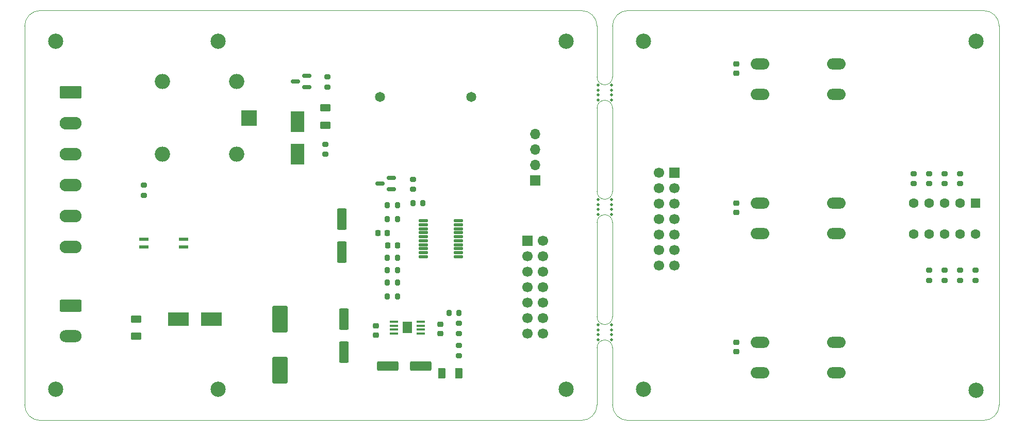
<source format=gts>
%TF.GenerationSoftware,KiCad,Pcbnew,(6.0.8-1)-1*%
%TF.CreationDate,2022-12-21T11:45:43+03:00*%
%TF.ProjectId,MilkPompV2,4d696c6b-506f-46d7-9056-322e6b696361,V2*%
%TF.SameCoordinates,Original*%
%TF.FileFunction,Soldermask,Top*%
%TF.FilePolarity,Negative*%
%FSLAX46Y46*%
G04 Gerber Fmt 4.6, Leading zero omitted, Abs format (unit mm)*
G04 Created by KiCad (PCBNEW (6.0.8-1)-1) date 2022-12-21 11:45:43*
%MOMM*%
%LPD*%
G01*
G04 APERTURE LIST*
G04 Aperture macros list*
%AMRoundRect*
0 Rectangle with rounded corners*
0 $1 Rounding radius*
0 $2 $3 $4 $5 $6 $7 $8 $9 X,Y pos of 4 corners*
0 Add a 4 corners polygon primitive as box body*
4,1,4,$2,$3,$4,$5,$6,$7,$8,$9,$2,$3,0*
0 Add four circle primitives for the rounded corners*
1,1,$1+$1,$2,$3*
1,1,$1+$1,$4,$5*
1,1,$1+$1,$6,$7*
1,1,$1+$1,$8,$9*
0 Add four rect primitives between the rounded corners*
20,1,$1+$1,$2,$3,$4,$5,0*
20,1,$1+$1,$4,$5,$6,$7,0*
20,1,$1+$1,$6,$7,$8,$9,0*
20,1,$1+$1,$8,$9,$2,$3,0*%
G04 Aperture macros list end*
%TA.AperFunction,Profile*%
%ADD10C,0.100000*%
%TD*%
%ADD11R,2.300000X3.500000*%
%ADD12RoundRect,0.200000X0.275000X-0.200000X0.275000X0.200000X-0.275000X0.200000X-0.275000X-0.200000X0*%
%ADD13RoundRect,0.250000X-0.550000X1.500000X-0.550000X-1.500000X0.550000X-1.500000X0.550000X1.500000X0*%
%ADD14RoundRect,0.200000X0.200000X0.275000X-0.200000X0.275000X-0.200000X-0.275000X0.200000X-0.275000X0*%
%ADD15C,0.500000*%
%ADD16C,1.650000*%
%ADD17RoundRect,0.200000X-0.275000X0.200000X-0.275000X-0.200000X0.275000X-0.200000X0.275000X0.200000X0*%
%ADD18C,2.500000*%
%ADD19RoundRect,0.250000X-1.550000X0.750000X-1.550000X-0.750000X1.550000X-0.750000X1.550000X0.750000X0*%
%ADD20O,3.600000X2.000000*%
%ADD21RoundRect,0.250000X-0.625000X0.375000X-0.625000X-0.375000X0.625000X-0.375000X0.625000X0.375000X0*%
%ADD22RoundRect,0.250000X1.500000X0.550000X-1.500000X0.550000X-1.500000X-0.550000X1.500000X-0.550000X0*%
%ADD23RoundRect,0.225000X-0.250000X0.225000X-0.250000X-0.225000X0.250000X-0.225000X0.250000X0.225000X0*%
%ADD24RoundRect,0.250000X-1.000000X1.950000X-1.000000X-1.950000X1.000000X-1.950000X1.000000X1.950000X0*%
%ADD25RoundRect,0.019500X-0.715500X-0.175500X0.715500X-0.175500X0.715500X0.175500X-0.715500X0.175500X0*%
%ADD26RoundRect,0.200000X-0.200000X-0.275000X0.200000X-0.275000X0.200000X0.275000X-0.200000X0.275000X0*%
%ADD27RoundRect,0.225000X0.250000X-0.225000X0.250000X0.225000X-0.250000X0.225000X-0.250000X-0.225000X0*%
%ADD28RoundRect,0.137500X-0.662500X-0.137500X0.662500X-0.137500X0.662500X0.137500X-0.662500X0.137500X0*%
%ADD29R,1.422400X0.431800*%
%ADD30R,1.574800X1.879600*%
%ADD31R,1.600000X1.600000*%
%ADD32C,1.600000*%
%ADD33RoundRect,0.150000X0.587500X0.150000X-0.587500X0.150000X-0.587500X-0.150000X0.587500X-0.150000X0*%
%ADD34R,2.500000X2.500000*%
%ADD35O,2.500000X2.500000*%
%ADD36O,3.048000X1.850000*%
%ADD37R,1.700000X1.700000*%
%ADD38C,1.700000*%
%ADD39RoundRect,0.225000X0.225000X0.250000X-0.225000X0.250000X-0.225000X-0.250000X0.225000X-0.250000X0*%
%ADD40RoundRect,0.250000X-0.375000X-0.625000X0.375000X-0.625000X0.375000X0.625000X-0.375000X0.625000X0*%
%ADD41RoundRect,0.249999X-1.550001X0.790001X-1.550001X-0.790001X1.550001X-0.790001X1.550001X0.790001X0*%
%ADD42O,3.600000X2.080000*%
%ADD43R,3.500000X2.300000*%
%ADD44O,1.700000X1.700000*%
G04 APERTURE END LIST*
D10*
X173990000Y-118872000D02*
G75*
G03*
X176530000Y-118872000I1270000J0D01*
G01*
X176530000Y-123952000D02*
G75*
G03*
X173990000Y-123952000I-1270000J0D01*
G01*
X171450000Y-135890000D02*
G75*
G03*
X173990000Y-133350000I0J2540000D01*
G01*
X173990000Y-79502000D02*
G75*
G03*
X176530000Y-79502000I1270000J0D01*
G01*
X179070000Y-135890000D02*
X237490000Y-135890000D01*
X176530000Y-84582000D02*
G75*
G03*
X173990000Y-84582000I-1270000J0D01*
G01*
X173990000Y-71120000D02*
G75*
G03*
X171450000Y-68580000I-2540000J0D01*
G01*
X82550000Y-68580000D02*
G75*
G03*
X80010000Y-71120000I0J-2540000D01*
G01*
X176530000Y-98298000D02*
X176530000Y-84582000D01*
X176530000Y-133350000D02*
G75*
G03*
X179070000Y-135890000I2540000J0D01*
G01*
X173990000Y-98298000D02*
X173990000Y-84582000D01*
X80010000Y-133350000D02*
G75*
G03*
X82550000Y-135890000I2540000J0D01*
G01*
X82550000Y-68580000D02*
X171450000Y-68580000D01*
X173990000Y-98298000D02*
G75*
G03*
X176530000Y-98298000I1270000J0D01*
G01*
X237490000Y-68580000D02*
X179070000Y-68580000D01*
X173990000Y-133350000D02*
X173990000Y-123952000D01*
X240030000Y-133350000D02*
X240030000Y-71120000D01*
X240030000Y-71120000D02*
G75*
G03*
X237490000Y-68580000I-2540000J0D01*
G01*
X173990000Y-71120000D02*
X173990000Y-79502000D01*
X171450000Y-135890000D02*
X82550000Y-135890000D01*
X80010000Y-133350000D02*
X80010000Y-71120000D01*
X237490000Y-135890000D02*
G75*
G03*
X240030000Y-133350000I0J2540000D01*
G01*
X179070000Y-68580000D02*
G75*
G03*
X176530000Y-71120000I0J-2540000D01*
G01*
X173990000Y-118872000D02*
X173990000Y-103378000D01*
X176530000Y-79502000D02*
X176530000Y-71120000D01*
X176530000Y-103378000D02*
G75*
G03*
X173990000Y-103378000I-1270000J0D01*
G01*
X176530000Y-133350000D02*
X176530000Y-123952000D01*
X176530000Y-118872000D02*
X176530000Y-103378000D01*
D11*
%TO.C,D3*%
X124790200Y-86802000D03*
X124790200Y-92202000D03*
%TD*%
D12*
%TO.C,R6*%
X236157500Y-112902000D03*
X236157500Y-111252000D03*
%TD*%
D13*
%TO.C,C1*%
X132080000Y-102870000D03*
X132080000Y-108270000D03*
%TD*%
D14*
%TO.C,R17*%
X141198600Y-111252000D03*
X139548600Y-111252000D03*
%TD*%
D15*
%TO.C,mouse-bite-2.54mm-slot*%
X174193200Y-101244400D03*
X176393200Y-100444400D03*
X176377600Y-99618800D03*
X174177600Y-99618800D03*
X176393200Y-102044400D03*
X176393200Y-101244400D03*
X174193200Y-102044400D03*
X174193200Y-100444400D03*
%TD*%
D16*
%TO.C,LS1*%
X138381500Y-82773000D03*
X153381500Y-82773000D03*
%TD*%
D17*
%TO.C,R10*%
X228537500Y-95378000D03*
X228537500Y-97028000D03*
%TD*%
D18*
%TO.C,H9*%
X111760000Y-73660000D03*
%TD*%
D19*
%TO.C,J6*%
X87597500Y-117037600D03*
D20*
X87597500Y-122037600D03*
%TD*%
D21*
%TO.C,D2*%
X129387600Y-84582000D03*
X129387600Y-87382000D03*
%TD*%
D22*
%TO.C,C15*%
X145052300Y-126927600D03*
X139652300Y-126927600D03*
%TD*%
D17*
%TO.C,R20*%
X151351500Y-123613400D03*
X151351500Y-125263400D03*
%TD*%
D14*
%TO.C,R15*%
X141198600Y-100584000D03*
X139548600Y-100584000D03*
%TD*%
D21*
%TO.C,F1*%
X98298000Y-119237600D03*
X98298000Y-122037600D03*
%TD*%
D23*
%TO.C,C18*%
X137668000Y-120319800D03*
X137668000Y-121869800D03*
%TD*%
D24*
%TO.C,C16*%
X121920000Y-119237600D03*
X121920000Y-127637600D03*
%TD*%
D14*
%TO.C,R19*%
X141198600Y-115497600D03*
X139548600Y-115497600D03*
%TD*%
D25*
%TO.C,U1*%
X145466000Y-103120000D03*
X145466000Y-103770000D03*
X145466000Y-104420000D03*
X145466000Y-105070000D03*
X145466000Y-105720000D03*
X145466000Y-106370000D03*
X145466000Y-107020000D03*
X145466000Y-107670000D03*
X145466000Y-108320000D03*
X145466000Y-108970000D03*
X151206000Y-108970000D03*
X151206000Y-108320000D03*
X151206000Y-107670000D03*
X151206000Y-107020000D03*
X151206000Y-106370000D03*
X151206000Y-105720000D03*
X151206000Y-105070000D03*
X151206000Y-104420000D03*
X151206000Y-103770000D03*
X151206000Y-103120000D03*
%TD*%
D26*
%TO.C,R5*%
X139560800Y-102870000D03*
X141210800Y-102870000D03*
%TD*%
D27*
%TO.C,C6*%
X196850000Y-78877595D03*
X196850000Y-77327595D03*
%TD*%
D28*
%TO.C,U2*%
X99568000Y-106172000D03*
X99568000Y-107442000D03*
X106068000Y-107442000D03*
X106068000Y-106172000D03*
%TD*%
D29*
%TO.C,U4*%
X145052300Y-121615200D03*
X145052300Y-120980200D03*
X145052300Y-120319800D03*
X145052300Y-119684800D03*
X140683500Y-119684800D03*
X140683500Y-120319800D03*
X140683500Y-120980200D03*
X140683500Y-121615200D03*
D30*
X142867900Y-120650000D03*
%TD*%
D12*
%TO.C,R21*%
X151351500Y-121615200D03*
X151351500Y-119965200D03*
%TD*%
D31*
%TO.C,U3*%
X236157500Y-100220095D03*
D32*
X233617500Y-100220095D03*
X231077500Y-100220095D03*
X228537500Y-100220095D03*
X225997500Y-100220095D03*
X225997500Y-105300095D03*
X228537500Y-105300095D03*
X231077500Y-105300095D03*
X233617500Y-105300095D03*
X236157500Y-105300095D03*
%TD*%
D12*
%TO.C,R13*%
X228537500Y-112902000D03*
X228537500Y-111252000D03*
%TD*%
D33*
%TO.C,Q2*%
X140256500Y-97929200D03*
X140256500Y-96029200D03*
X138381500Y-96979200D03*
%TD*%
D17*
%TO.C,R11*%
X233617500Y-95378000D03*
X233617500Y-97028000D03*
%TD*%
D18*
%TO.C,H4*%
X168910000Y-130810000D03*
%TD*%
D34*
%TO.C,K1*%
X116840000Y-86202000D03*
D35*
X114840000Y-80202000D03*
X102640000Y-80202000D03*
X102640000Y-92202000D03*
X114840000Y-92202000D03*
%TD*%
D14*
%TO.C,R2*%
X141198600Y-109220000D03*
X139548600Y-109220000D03*
%TD*%
D18*
%TO.C,H2*%
X85090000Y-130810000D03*
%TD*%
D17*
%TO.C,R12*%
X231077500Y-95378000D03*
X231077500Y-97028000D03*
%TD*%
D36*
%TO.C,SW3*%
X213270000Y-77327595D03*
X200770000Y-77327595D03*
X200770000Y-82327595D03*
X213270000Y-82327595D03*
%TD*%
D37*
%TO.C,J4*%
X162560000Y-106375200D03*
D38*
X165100000Y-106375200D03*
X162560000Y-108915200D03*
X165100000Y-108915200D03*
X162560000Y-111455200D03*
X165100000Y-111455200D03*
X162560000Y-113995200D03*
X165100000Y-113995200D03*
X162560000Y-116535200D03*
X165100000Y-116535200D03*
X162560000Y-119075200D03*
X165100000Y-119075200D03*
X162560000Y-121615200D03*
X165100000Y-121615200D03*
%TD*%
D18*
%TO.C,H5*%
X181610000Y-73660000D03*
%TD*%
D33*
%TO.C,Q1*%
X126335000Y-81152000D03*
X126335000Y-79252000D03*
X124460000Y-80202000D03*
%TD*%
D39*
%TO.C,C2*%
X139560800Y-105073801D03*
X138010800Y-105073801D03*
%TD*%
D12*
%TO.C,R16*%
X129743200Y-81152000D03*
X129743200Y-79502000D03*
%TD*%
%TO.C,R3*%
X143765000Y-97929200D03*
X143765000Y-96279200D03*
%TD*%
D17*
%TO.C,R9*%
X225997500Y-95378000D03*
X225997500Y-97028000D03*
%TD*%
D18*
%TO.C,H8*%
X236220000Y-130937000D03*
%TD*%
D12*
%TO.C,R7*%
X233617500Y-112902000D03*
X233617500Y-111252000D03*
%TD*%
D13*
%TO.C,C19*%
X132403100Y-119237600D03*
X132403100Y-124637600D03*
%TD*%
D15*
%TO.C,mouse-bite-2.54mm-slot*%
X176393200Y-82448400D03*
X176377600Y-80822800D03*
X176393200Y-81648400D03*
X174193200Y-83248400D03*
X174193200Y-81648400D03*
X174193200Y-82448400D03*
X174177600Y-80822800D03*
X176393200Y-83248400D03*
%TD*%
D18*
%TO.C,H10*%
X111760000Y-130810000D03*
%TD*%
%TO.C,H6*%
X181610000Y-130810000D03*
%TD*%
D17*
%TO.C,R4*%
X99568000Y-97282000D03*
X99568000Y-98932000D03*
%TD*%
D40*
%TO.C,D1*%
X148551500Y-128146800D03*
X151351500Y-128146800D03*
%TD*%
D27*
%TO.C,C5*%
X196850000Y-101737595D03*
X196850000Y-100187595D03*
%TD*%
D15*
%TO.C,mouse-bite-2.54mm-slot*%
X174193200Y-121818400D03*
X176393200Y-121018400D03*
X176393200Y-122618400D03*
X176393200Y-121818400D03*
X176377600Y-120192800D03*
X174193200Y-122618400D03*
X174193200Y-121018400D03*
X174177600Y-120192800D03*
%TD*%
D36*
%TO.C,SW2*%
X200770000Y-100187595D03*
X213270000Y-100187595D03*
X213270000Y-105187595D03*
X200770000Y-105187595D03*
%TD*%
D18*
%TO.C,H7*%
X236220000Y-73660000D03*
%TD*%
%TO.C,H1*%
X85090000Y-73660000D03*
%TD*%
D27*
%TO.C,C17*%
X148252700Y-121615200D03*
X148252700Y-120065200D03*
%TD*%
D41*
%TO.C,J1*%
X87597500Y-82042000D03*
D42*
X87597500Y-87122000D03*
X87597500Y-92202000D03*
X87597500Y-97282000D03*
X87597500Y-102362000D03*
X87597500Y-107442000D03*
%TD*%
D43*
%TO.C,D4*%
X110650000Y-119237600D03*
X105250000Y-119237600D03*
%TD*%
D12*
%TO.C,R8*%
X231077500Y-112902000D03*
X231077500Y-111252000D03*
%TD*%
D14*
%TO.C,R1*%
X145415000Y-100203000D03*
X143765000Y-100203000D03*
%TD*%
%TO.C,R22*%
X151351500Y-118240800D03*
X149701500Y-118240800D03*
%TD*%
D39*
%TO.C,C3*%
X141198600Y-107188000D03*
X139648600Y-107188000D03*
%TD*%
D12*
%TO.C,R14*%
X129387600Y-92202000D03*
X129387600Y-90552000D03*
%TD*%
D27*
%TO.C,C4*%
X196850000Y-124597595D03*
X196850000Y-123047595D03*
%TD*%
D36*
%TO.C,SW1*%
X213270000Y-123047595D03*
X200770000Y-123047595D03*
X213270000Y-128047595D03*
X200770000Y-128047595D03*
%TD*%
D14*
%TO.C,R18*%
X141198600Y-113284000D03*
X139548600Y-113284000D03*
%TD*%
D18*
%TO.C,H3*%
X168910000Y-73660000D03*
%TD*%
D37*
%TO.C,J3*%
X163830000Y-96520000D03*
D44*
X163830000Y-93980000D03*
X163830000Y-91440000D03*
X163830000Y-88900000D03*
%TD*%
D37*
%TO.C,J2*%
X186695000Y-95197595D03*
D38*
X184155000Y-95197595D03*
X186695000Y-97737595D03*
X184155000Y-97737595D03*
X186695000Y-100277595D03*
X184155000Y-100277595D03*
X186695000Y-102817595D03*
X184155000Y-102817595D03*
X186695000Y-105357595D03*
X184155000Y-105357595D03*
X186695000Y-107897595D03*
X184155000Y-107897595D03*
X186695000Y-110437595D03*
X184155000Y-110437595D03*
%TD*%
M02*

</source>
